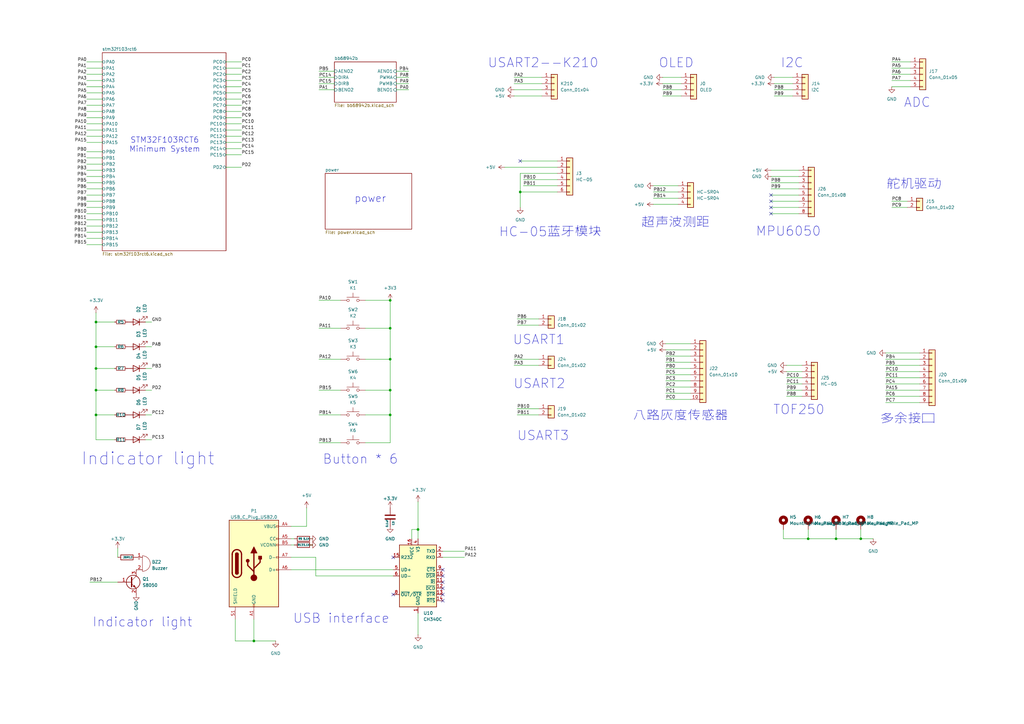
<source format=kicad_sch>
(kicad_sch (version 20231120) (generator "eeschema") (generator_version "8.0")
  (paper "A3")
  (lib_symbols
    (symbol "Library:+3.3V" (power) (pin_numbers hide) (pin_names (offset 0) hide)
      (property "Value" "+3.3V" (at 0 3.556 0))
      (symbol "+3.3V_1_1"
        (pin power_in line (at 0 0 90) (length 0) (name "~") (number "1"))
      )
    )
    (symbol "Library:+3V3" (power) (pin_numbers hide) (pin_names (offset 0) hide)
      (property "Value" "+3V3" (at 0 3.556 0))
      (symbol "+3V3_1_1"
        (pin power_in line (at 0 0 90) (length 0) (name "~") (number "1"))
      )
    )
    (symbol "Library:+5V" (power) (pin_numbers hide) (pin_names (offset 0) hide)
      (property "Value" "+5V" (at 0 3.556 0))
      (symbol "+5V_1_1"
        (pin power_in line (at 0 0 90) (length 0) (name "~") (number "1"))
      )
    )
    (symbol "Library:Buzzer" (pin_names (offset 0.0254) hide)
      (property "Reference" "BZ" (at 3.81 1.27 0))
      (property "Value" "Buzzer" (at 3.81 -1.27 0))
      (symbol "Buzzer_1_1"
        (pin passive line (at -2.54 2.54 0) (length 2.54) (name "-") (number "1"))
        (pin passive line (at -2.54 -2.54 0) (length 2.54) (name "+") (number "2"))
      )
    )
    (symbol "Library:C" (pin_numbers hide) (pin_names (offset 0.254))
      (property "Reference" "C" (at 0.635 2.54 0))
      (property "Value" "C" (at 0.635 -2.54 0))
      (symbol "C_1_1"
        (pin passive line (at 0 3.81 270) (length 2.794) (name "~") (number "1"))
        (pin passive line (at 0 -3.81 90) (length 2.794) (name "~") (number "2"))
      )
    )
    (symbol "Library:CH340C"
      (property "Reference" "U" (at -5.08 13.97 0))
      (property "Value" "CH340C" (at 1.27 13.97 0))
      (symbol "CH340C_1_1"
        (pin power_in line (at 0 -15.24 90) (length 2.54) (name "GND") (number "1"))
        (pin input line (at 10.16 0 180) (length 2.54) (name "~{DSR}") (number "10"))
        (pin input line (at 10.16 -2.54 180) (length 2.54) (name "~{RI}") (number "11"))
        (pin input line (at 10.16 -5.08 180) (length 2.54) (name "~{DCD}") (number "12"))
        (pin output line (at 10.16 -7.62 180) (length 2.54) (name "~{DTR}") (number "13"))
        (pin output line (at 10.16 -10.16 180) (length 2.54) (name "~{RTS}") (number "14"))
        (pin input line (at -10.16 7.62 0) (length 2.54) (name "R232") (number "15"))
        (pin power_in line (at -2.54 15.24 270) (length 2.54) (name "VCC") (number "16"))
        (pin output line (at 10.16 10.16 180) (length 2.54) (name "TXD") (number "2"))
        (pin input line (at 10.16 7.62 180) (length 2.54) (name "RXD") (number "3"))
        (pin power_out line (at 0 15.24 270) (length 2.54) (name "V3") (number "4"))
        (pin bidirectional line (at -10.16 2.54 0) (length 2.54) (name "UD+") (number "5"))
        (pin bidirectional line (at -10.16 0 0) (length 2.54) (name "UD-") (number "6"))
        (pin no_connect line (at -7.62 -5.08 0) (length 2.54) hide (name "NC") (number "7"))
        (pin output line (at -10.16 -7.62 0) (length 2.54) (name "~{OUT}/~{DTR}") (number "8"))
        (pin input line (at 10.16 2.54 180) (length 2.54) (name "~{CTS}") (number "9"))
      )
    )
    (symbol "Library:Conn_01x02" (pin_names (offset 1.016) hide)
      (property "Reference" "J" (at 0 2.54 0))
      (property "Value" "Conn_01x02" (at 0 -5.08 0))
      (symbol "Conn_01x02_1_1"
        (pin passive line (at -5.08 0 0) (length 3.81) (name "Pin_1") (number "1"))
        (pin passive line (at -5.08 -2.54 0) (length 3.81) (name "Pin_2") (number "2"))
      )
    )
    (symbol "Library:Conn_01x04" (pin_names (offset 1.016) hide)
      (property "Reference" "J" (at 0 5.08 0))
      (property "Value" "Conn_01x04" (at 0 -7.62 0))
      (symbol "Conn_01x04_1_1"
        (pin passive line (at -5.08 2.54 0) (length 3.81) (name "Pin_1") (number "1"))
        (pin passive line (at -5.08 0 0) (length 3.81) (name "Pin_2") (number "2"))
        (pin passive line (at -5.08 -2.54 0) (length 3.81) (name "Pin_3") (number "3"))
        (pin passive line (at -5.08 -5.08 0) (length 3.81) (name "Pin_4") (number "4"))
      )
    )
    (symbol "Library:Conn_01x05" (pin_names (offset 1.016) hide)
      (property "Reference" "J" (at 0 7.62 0))
      (property "Value" "Conn_01x05" (at 0 -7.62 0))
      (symbol "Conn_01x05_1_1"
        (pin passive line (at -5.08 5.08 0) (length 3.81) (name "Pin_1") (number "1"))
        (pin passive line (at -5.08 2.54 0) (length 3.81) (name "Pin_2") (number "2"))
        (pin passive line (at -5.08 0 0) (length 3.81) (name "Pin_3") (number "3"))
        (pin passive line (at -5.08 -2.54 0) (length 3.81) (name "Pin_4") (number "4"))
        (pin passive line (at -5.08 -5.08 0) (length 3.81) (name "Pin_5") (number "5"))
      )
    )
    (symbol "Library:Conn_01x06" (pin_names (offset 1.016) hide)
      (property "Reference" "J" (at 0 7.62 0))
      (property "Value" "Conn_01x06" (at 0 -10.16 0))
      (symbol "Conn_01x06_1_1"
        (pin passive line (at -5.08 5.08 0) (length 3.81) (name "Pin_1") (number "1"))
        (pin passive line (at -5.08 2.54 0) (length 3.81) (name "Pin_2") (number "2"))
        (pin passive line (at -5.08 0 0) (length 3.81) (name "Pin_3") (number "3"))
        (pin passive line (at -5.08 -2.54 0) (length 3.81) (name "Pin_4") (number "4"))
        (pin passive line (at -5.08 -5.08 0) (length 3.81) (name "Pin_5") (number "5"))
        (pin passive line (at -5.08 -7.62 0) (length 3.81) (name "Pin_6") (number "6"))
      )
    )
    (symbol "Library:Conn_01x08" (pin_names (offset 1.016) hide)
      (property "Reference" "J" (at 0 10.16 0))
      (property "Value" "Conn_01x08" (at 0 -12.7 0))
      (symbol "Conn_01x08_1_1"
        (pin passive line (at -5.08 7.62 0) (length 3.81) (name "Pin_1") (number "1"))
        (pin passive line (at -5.08 5.08 0) (length 3.81) (name "Pin_2") (number "2"))
        (pin passive line (at -5.08 2.54 0) (length 3.81) (name "Pin_3") (number "3"))
        (pin passive line (at -5.08 0 0) (length 3.81) (name "Pin_4") (number "4"))
        (pin passive line (at -5.08 -2.54 0) (length 3.81) (name "Pin_5") (number "5"))
        (pin passive line (at -5.08 -5.08 0) (length 3.81) (name "Pin_6") (number "6"))
        (pin passive line (at -5.08 -7.62 0) (length 3.81) (name "Pin_7") (number "7"))
        (pin passive line (at -5.08 -10.16 0) (length 3.81) (name "Pin_8") (number "8"))
      )
    )
    (symbol "Library:Conn_01x09" (pin_names (offset 1.016) hide)
      (property "Reference" "J" (at 0 12.7 0))
      (property "Value" "Conn_01x09" (at 0 -12.7 0))
      (symbol "Conn_01x09_1_1"
        (pin passive line (at -5.08 10.16 0) (length 3.81) (name "Pin_1") (number "1"))
        (pin passive line (at -5.08 7.62 0) (length 3.81) (name "Pin_2") (number "2"))
        (pin passive line (at -5.08 5.08 0) (length 3.81) (name "Pin_3") (number "3"))
        (pin passive line (at -5.08 2.54 0) (length 3.81) (name "Pin_4") (number "4"))
        (pin passive line (at -5.08 0 0) (length 3.81) (name "Pin_5") (number "5"))
        (pin passive line (at -5.08 -2.54 0) (length 3.81) (name "Pin_6") (number "6"))
        (pin passive line (at -5.08 -5.08 0) (length 3.81) (name "Pin_7") (number "7"))
        (pin passive line (at -5.08 -7.62 0) (length 3.81) (name "Pin_8") (number "8"))
        (pin passive line (at -5.08 -10.16 0) (length 3.81) (name "Pin_9") (number "9"))
      )
    )
    (symbol "Library:Conn_01x10" (pin_names (offset 1.016) hide)
      (property "Reference" "J" (at 0 12.7 0))
      (property "Value" "Conn_01x10" (at 0 -15.24 0))
      (symbol "Conn_01x10_1_1"
        (pin passive line (at -5.08 10.16 0) (length 3.81) (name "Pin_1") (number "1"))
        (pin passive line (at -5.08 -12.7 0) (length 3.81) (name "Pin_10") (number "10"))
        (pin passive line (at -5.08 7.62 0) (length 3.81) (name "Pin_2") (number "2"))
        (pin passive line (at -5.08 5.08 0) (length 3.81) (name "Pin_3") (number "3"))
        (pin passive line (at -5.08 2.54 0) (length 3.81) (name "Pin_4") (number "4"))
        (pin passive line (at -5.08 0 0) (length 3.81) (name "Pin_5") (number "5"))
        (pin passive line (at -5.08 -2.54 0) (length 3.81) (name "Pin_6") (number "6"))
        (pin passive line (at -5.08 -5.08 0) (length 3.81) (name "Pin_7") (number "7"))
        (pin passive line (at -5.08 -7.62 0) (length 3.81) (name "Pin_8") (number "8"))
        (pin passive line (at -5.08 -10.16 0) (length 3.81) (name "Pin_9") (number "9"))
      )
    )
    (symbol "Library:GND" (power) (pin_numbers hide) (pin_names (offset 0) hide)
      (property "Value" "GND" (at 0 -3.81 0))
      (symbol "GND_1_1"
        (pin power_in line (at 0 0 270) (length 0) (name "~") (number "1"))
      )
    )
    (symbol "Library:LED" (pin_numbers hide) (pin_names (offset 1.016) hide)
      (property "Reference" "D" (at 0 2.54 0))
      (property "Value" "LED" (at 0 -2.54 0))
      (symbol "LED_1_1"
        (pin passive line (at -3.81 0 0) (length 2.54) (name "K") (number "1"))
        (pin passive line (at 3.81 0 180) (length 2.54) (name "A") (number "2"))
      )
    )
    (symbol "Library:R" (pin_numbers hide) (pin_names (offset 0))
      (property "Reference" "R" (at 2.032 0 90))
      (property "Value" "R" (at 0 0 90))
      (symbol "R_1_1"
        (pin passive line (at 0 3.81 270) (length 1.27) (name "~") (number "1"))
        (pin passive line (at 0 -3.81 90) (length 1.27) (name "~") (number "2"))
      )
    )
    (symbol "Library:R_Small" (pin_numbers hide) (pin_names (offset 0.254) hide)
      (property "Reference" "R" (at 0.762 0.508 0))
      (property "Value" "R_Small" (at 0.762 -1.016 0))
      (symbol "R_Small_1_1"
        (pin passive line (at 0 2.54 270) (length 0.762) (name "~") (number "1"))
        (pin passive line (at 0 -2.54 90) (length 0.762) (name "~") (number "2"))
      )
    )
    (symbol "Library:S8050" (pin_names (offset 0) hide)
      (property "Reference" "Q" (at 5.08 1.905 0))
      (property "Value" "S8050" (at 5.08 0 0))
      (symbol "S8050_1_1"
        (pin input line (at -5.08 0 0) (length 5.08) (name "B") (number "1"))
        (pin passive line (at 2.54 -5.08 90) (length 2.54) (name "E") (number "2"))
        (pin passive line (at 2.54 5.08 270) (length 2.54) (name "C") (number "3"))
      )
    )
    (symbol "Library:SW_Push" (pin_numbers hide) (pin_names (offset 1.016) hide)
      (property "Reference" "SW" (at 1.27 2.54 0))
      (property "Value" "SW_Push" (at 0 -1.524 0))
      (symbol "SW_Push_0_1"
        (pin passive line (at -5.08 0 0) (length 2.54) (name "1") (number "1"))
        (pin passive line (at 5.08 0 180) (length 2.54) (name "2") (number "2"))
      )
    )
    (symbol "Library:USB_C_Plug_USB2.0" (pin_names (offset 1.016))
      (property "Reference" "P" (at -10.16 19.05 0))
      (property "Value" "USB_C_Plug_USB2.0" (at 12.7 19.05 0))
      (symbol "USB_C_Plug_USB2.0_1_1"
        (pin passive line (at 0 -22.86 90) (length 5.08) (name "GND") (number "A1"))
        (pin passive line (at 0 -22.86 90) (length 5.08) hide (name "GND") (number "A12"))
        (pin passive line (at 15.24 15.24 180) (length 5.08) (name "VBUS") (number "A4"))
        (pin bidirectional line (at 15.24 10.16 180) (length 5.08) (name "CC") (number "A5"))
        (pin bidirectional line (at 15.24 -2.54 180) (length 5.08) (name "D+") (number "A6"))
        (pin bidirectional line (at 15.24 2.54 180) (length 5.08) (name "D-") (number "A7"))
        (pin passive line (at 15.24 15.24 180) (length 5.08) hide (name "VBUS") (number "A9"))
        (pin passive line (at 0 -22.86 90) (length 5.08) hide (name "GND") (number "B1"))
        (pin passive line (at 0 -22.86 90) (length 5.08) hide (name "GND") (number "B12"))
        (pin passive line (at 15.24 15.24 180) (length 5.08) hide (name "VBUS") (number "B4"))
        (pin bidirectional line (at 15.24 7.62 180) (length 5.08) (name "VCONN") (number "B5"))
        (pin passive line (at 15.24 15.24 180) (length 5.08) hide (name "VBUS") (number "B9"))
        (pin passive line (at -7.62 -22.86 90) (length 5.08) (name "SHIELD") (number "S1"))
      )
    )
    (symbol "Mechanical:MountingHole_Pad_MP" (pin_numbers hide) (pin_names (offset 1.016) hide) (exclude_from_sim yes) (in_bom no)
      (property "Reference" "H" (at 0 6.35 0))
      (property "Value" "MountingHole_Pad_MP" (at 0 4.445 0))
      (symbol "MountingHole_Pad_MP_1_1"
        (pin input line (at 0 -2.54 90) (length 2.54) (name "MP") (number "MP"))
      )
    )
  )
  (junction (at 104.14 262.89))
  (junction (at 39.37 170.18))
  (junction (at 331.47 220.98))
  (junction (at 353.06 220.98))
  (junction (at 171.45 217.17))
  (junction (at 160.02 147.32))
  (junction (at 39.37 151.13))
  (junction (at 160.02 134.62))
  (junction (at 342.9 220.98))
  (junction (at 39.37 142.24))
  (junction (at 160.02 123.19))
  (junction (at 160.02 170.18))
  (junction (at 39.37 160.02))
  (junction (at 160.02 160.02))
  (junction (at 39.37 132.08))
  (junction (at 213.36 78.74))
  (no_connect (at 181.61 241.3))
  (no_connect (at 316.23 82.55))
  (no_connect (at 181.61 233.68))
  (no_connect (at 213.36 66.04))
  (no_connect (at 316.23 85.09))
  (no_connect (at 161.29 228.6))
  (no_connect (at 181.61 243.84))
  (no_connect (at 161.29 243.84))
  (no_connect (at 316.23 80.01))
  (no_connect (at 181.61 238.76))
  (no_connect (at 316.23 87.63))
  (no_connect (at 181.61 236.22))
  (no_connect (at 181.61 246.38))
  (wire (pts (xy 130.81 170.18) (xy 139.7 170.18)))
  (wire (pts (xy 322.58 157.48) (xy 328.93 157.48)))
  (wire (pts (xy 62.23 151.13) (xy 59.69 151.13)))
  (wire (pts (xy 322.58 160.02) (xy 328.93 160.02)))
  (wire (pts (xy 35.56 92.71) (xy 41.91 92.71)))
  (wire (pts (xy 129.54 228.6) (xy 129.54 236.22)))
  (wire (pts (xy 35.56 87.63) (xy 41.91 87.63)))
  (wire (pts (xy 322.58 152.4) (xy 328.93 152.4)))
  (wire (pts (xy 130.81 36.83) (xy 137.16 36.83)))
  (wire (pts (xy 168.91 220.98) (xy 168.91 217.17)))
  (wire (pts (xy 365.76 82.55) (xy 372.11 82.55)))
  (wire (pts (xy 271.78 36.83) (xy 279.4 36.83)))
  (wire (pts (xy 62.23 170.18) (xy 59.69 170.18)))
  (wire (pts (xy 35.56 48.26) (xy 41.91 48.26)))
  (wire (pts (xy 353.06 220.98) (xy 358.14 220.98)))
  (wire (pts (xy 321.31 220.98) (xy 331.47 220.98)))
  (wire (pts (xy 104.14 254) (xy 104.14 262.89)))
  (wire (pts (xy 35.56 40.64) (xy 41.91 40.64)))
  (wire (pts (xy 322.58 154.94) (xy 328.93 154.94)))
  (wire (pts (xy 127 223.52) (xy 128.27 223.52)))
  (wire (pts (xy 46.99 142.24) (xy 39.37 142.24)))
  (wire (pts (xy 92.71 50.8) (xy 99.06 50.8)))
  (wire (pts (xy 130.81 147.32) (xy 139.7 147.32)))
  (wire (pts (xy 62.23 180.34) (xy 59.69 180.34)))
  (wire (pts (xy 168.91 217.17) (xy 171.45 217.17)))
  (wire (pts (xy 273.05 153.67) (xy 283.21 153.67)))
  (wire (pts (xy 181.61 228.6) (xy 190.5 228.6)))
  (wire (pts (xy 271.78 31.75) (xy 279.4 31.75)))
  (wire (pts (xy 149.86 160.02) (xy 160.02 160.02)))
  (wire (pts (xy 210.82 34.29) (xy 222.25 34.29)))
  (wire (pts (xy 92.71 48.26) (xy 99.06 48.26)))
  (wire (pts (xy 213.36 71.12) (xy 213.36 78.74)))
  (wire (pts (xy 62.23 142.24) (xy 59.69 142.24)))
  (wire (pts (xy 35.56 77.47) (xy 41.91 77.47)))
  (wire (pts (xy 365.76 30.48) (xy 373.38 30.48)))
  (wire (pts (xy 273.05 146.05) (xy 283.21 146.05)))
  (wire (pts (xy 119.38 215.9) (xy 125.73 215.9)))
  (wire (pts (xy 363.22 152.4) (xy 377.19 152.4)))
  (wire (pts (xy 92.71 45.72) (xy 99.06 45.72)))
  (wire (pts (xy 213.36 78.74) (xy 228.6 78.74)))
  (wire (pts (xy 321.31 217.17) (xy 321.31 220.98)))
  (wire (pts (xy 363.22 162.56) (xy 377.19 162.56)))
  (wire (pts (xy 46.99 151.13) (xy 39.37 151.13)))
  (wire (pts (xy 363.22 160.02) (xy 377.19 160.02)))
  (wire (pts (xy 363.22 149.86) (xy 377.19 149.86)))
  (wire (pts (xy 363.22 157.48) (xy 377.19 157.48)))
  (wire (pts (xy 35.56 95.25) (xy 41.91 95.25)))
  (wire (pts (xy 92.71 27.94) (xy 99.06 27.94)))
  (wire (pts (xy 365.76 33.02) (xy 373.38 33.02)))
  (wire (pts (xy 273.05 161.29) (xy 283.21 161.29)))
  (wire (pts (xy 130.81 123.19) (xy 139.7 123.19)))
  (wire (pts (xy 35.56 69.85) (xy 41.91 69.85)))
  (wire (pts (xy 39.37 142.24) (xy 39.37 151.13)))
  (wire (pts (xy 35.56 74.93) (xy 41.91 74.93)))
  (wire (pts (xy 273.05 158.75) (xy 283.21 158.75)))
  (wire (pts (xy 129.54 236.22) (xy 161.29 236.22)))
  (wire (pts (xy 92.71 30.48) (xy 99.06 30.48)))
  (wire (pts (xy 363.22 144.78) (xy 377.19 144.78)))
  (wire (pts (xy 363.22 154.94) (xy 377.19 154.94)))
  (wire (pts (xy 160.02 160.02) (xy 160.02 170.18)))
  (wire (pts (xy 316.23 82.55) (xy 327.66 82.55)))
  (wire (pts (xy 271.78 39.37) (xy 279.4 39.37)))
  (wire (pts (xy 39.37 170.18) (xy 39.37 180.34)))
  (wire (pts (xy 130.81 29.21) (xy 137.16 29.21)))
  (wire (pts (xy 125.73 208.28) (xy 125.73 215.9)))
  (wire (pts (xy 331.47 220.98) (xy 342.9 220.98)))
  (wire (pts (xy 35.56 62.23) (xy 41.91 62.23)))
  (wire (pts (xy 317.5 36.83) (xy 325.12 36.83)))
  (wire (pts (xy 207.01 68.58) (xy 228.6 68.58)))
  (wire (pts (xy 365.76 27.94) (xy 373.38 27.94)))
  (wire (pts (xy 214.63 76.2) (xy 228.6 76.2)))
  (wire (pts (xy 210.82 31.75) (xy 222.25 31.75)))
  (wire (pts (xy 35.56 50.8) (xy 41.91 50.8)))
  (wire (pts (xy 181.61 226.06) (xy 190.5 226.06)))
  (wire (pts (xy 267.97 81.28) (xy 278.13 81.28)))
  (wire (pts (xy 171.45 205.74) (xy 171.45 217.17)))
  (wire (pts (xy 160.02 134.62) (xy 160.02 147.32)))
  (wire (pts (xy 214.63 73.66) (xy 228.6 73.66)))
  (wire (pts (xy 62.23 160.02) (xy 59.69 160.02)))
  (wire (pts (xy 92.71 40.64) (xy 99.06 40.64)))
  (wire (pts (xy 35.56 25.4) (xy 41.91 25.4)))
  (wire (pts (xy 35.56 85.09) (xy 41.91 85.09)))
  (wire (pts (xy 149.86 123.19) (xy 160.02 123.19)))
  (wire (pts (xy 342.9 217.17) (xy 342.9 220.98)))
  (wire (pts (xy 92.71 38.1) (xy 99.06 38.1)))
  (wire (pts (xy 162.56 34.29) (xy 167.64 34.29)))
  (wire (pts (xy 273.05 140.97) (xy 283.21 140.97)))
  (wire (pts (xy 92.71 35.56) (xy 99.06 35.56)))
  (wire (pts (xy 92.71 53.34) (xy 99.06 53.34)))
  (wire (pts (xy 149.86 147.32) (xy 160.02 147.32)))
  (wire (pts (xy 271.78 34.29) (xy 279.4 34.29)))
  (wire (pts (xy 39.37 128.27) (xy 39.37 132.08)))
  (wire (pts (xy 39.37 151.13) (xy 39.37 160.02)))
  (wire (pts (xy 316.23 85.09) (xy 327.66 85.09)))
  (wire (pts (xy 130.81 34.29) (xy 137.16 34.29)))
  (wire (pts (xy 35.56 72.39) (xy 41.91 72.39)))
  (wire (pts (xy 119.38 223.52) (xy 120.65 223.52)))
  (wire (pts (xy 273.05 143.51) (xy 283.21 143.51)))
  (wire (pts (xy 35.56 97.79) (xy 41.91 97.79)))
  (wire (pts (xy 92.71 43.18) (xy 99.06 43.18)))
  (wire (pts (xy 149.86 181.61) (xy 160.02 181.61)))
  (wire (pts (xy 130.81 160.02) (xy 139.7 160.02)))
  (wire (pts (xy 365.76 85.09) (xy 372.11 85.09)))
  (wire (pts (xy 35.56 53.34) (xy 41.91 53.34)))
  (wire (pts (xy 35.56 58.42) (xy 41.91 58.42)))
  (wire (pts (xy 35.56 100.33) (xy 41.91 100.33)))
  (wire (pts (xy 39.37 160.02) (xy 39.37 170.18)))
  (wire (pts (xy 92.71 25.4) (xy 99.06 25.4)))
  (wire (pts (xy 48.26 224.79) (xy 48.26 228.6)))
  (wire (pts (xy 62.23 132.08) (xy 59.69 132.08)))
  (wire (pts (xy 35.56 45.72) (xy 41.91 45.72)))
  (wire (pts (xy 35.56 38.1) (xy 41.91 38.1)))
  (wire (pts (xy 322.58 149.86) (xy 328.93 149.86)))
  (wire (pts (xy 316.23 74.93) (xy 327.66 74.93)))
  (wire (pts (xy 35.56 67.31) (xy 41.91 67.31)))
  (wire (pts (xy 267.97 83.82) (xy 278.13 83.82)))
  (wire (pts (xy 213.36 71.12) (xy 228.6 71.12)))
  (wire (pts (xy 35.56 64.77) (xy 41.91 64.77)))
  (wire (pts (xy 365.76 25.4) (xy 373.38 25.4)))
  (wire (pts (xy 35.56 82.55) (xy 41.91 82.55)))
  (wire (pts (xy 171.45 251.46) (xy 171.45 260.35)))
  (wire (pts (xy 331.47 217.17) (xy 331.47 220.98)))
  (wire (pts (xy 212.09 133.35) (xy 220.98 133.35)))
  (wire (pts (xy 119.38 233.68) (xy 161.29 233.68)))
  (wire (pts (xy 149.86 170.18) (xy 160.02 170.18)))
  (wire (pts (xy 162.56 36.83) (xy 167.64 36.83)))
  (wire (pts (xy 35.56 55.88) (xy 41.91 55.88)))
  (wire (pts (xy 46.99 160.02) (xy 39.37 160.02)))
  (wire (pts (xy 39.37 132.08) (xy 39.37 142.24)))
  (wire (pts (xy 162.56 29.21) (xy 167.64 29.21)))
  (wire (pts (xy 317.5 31.75) (xy 325.12 31.75)))
  (wire (pts (xy 212.09 167.64) (xy 220.98 167.64)))
  (wire (pts (xy 104.14 262.89) (xy 113.03 262.89)))
  (wire (pts (xy 160.02 160.02) (xy 160.02 147.32)))
  (wire (pts (xy 96.52 254) (xy 96.52 262.89)))
  (wire (pts (xy 316.23 87.63) (xy 327.66 87.63)))
  (wire (pts (xy 317.5 39.37) (xy 325.12 39.37)))
  (wire (pts (xy 35.56 90.17) (xy 41.91 90.17)))
  (wire (pts (xy 130.81 181.61) (xy 139.7 181.61)))
  (wire (pts (xy 273.05 163.83) (xy 283.21 163.83)))
  (wire (pts (xy 210.82 149.86) (xy 220.98 149.86)))
  (wire (pts (xy 127 220.98) (xy 128.27 220.98)))
  (wire (pts (xy 267.97 78.74) (xy 278.13 78.74)))
  (wire (pts (xy 35.56 27.94) (xy 41.91 27.94)))
  (wire (pts (xy 353.06 217.17) (xy 353.06 220.98)))
  (wire (pts (xy 171.45 217.17) (xy 171.45 220.98)))
  (wire (pts (xy 316.23 80.01) (xy 327.66 80.01)))
  (wire (pts (xy 316.23 69.85) (xy 327.66 69.85)))
  (wire (pts (xy 322.58 162.56) (xy 328.93 162.56)))
  (wire (pts (xy 273.05 148.59) (xy 283.21 148.59)))
  (wire (pts (xy 149.86 134.62) (xy 160.02 134.62)))
  (wire (pts (xy 130.81 31.75) (xy 137.16 31.75)))
  (wire (pts (xy 92.71 58.42) (xy 99.06 58.42)))
  (wire (pts (xy 210.82 39.37) (xy 222.25 39.37)))
  (wire (pts (xy 119.38 228.6) (xy 129.54 228.6)))
  (wire (pts (xy 35.56 33.02) (xy 41.91 33.02)))
  (wire (pts (xy 212.09 130.81) (xy 220.98 130.81)))
  (wire (pts (xy 363.22 165.1) (xy 377.19 165.1)))
  (wire (pts (xy 317.5 34.29) (xy 325.12 34.29)))
  (wire (pts (xy 316.23 77.47) (xy 327.66 77.47)))
  (wire (pts (xy 92.71 33.02) (xy 99.06 33.02)))
  (wire (pts (xy 267.97 76.2) (xy 278.13 76.2)))
  (wire (pts (xy 160.02 181.61) (xy 160.02 170.18)))
  (wire (pts (xy 119.38 220.98) (xy 120.65 220.98)))
  (wire (pts (xy 365.76 35.56) (xy 373.38 35.56)))
  (wire (pts (xy 35.56 35.56) (xy 41.91 35.56)))
  (wire (pts (xy 342.9 220.98) (xy 353.06 220.98)))
  (wire (pts (xy 46.99 180.34) (xy 39.37 180.34)))
  (wire (pts (xy 35.56 80.01) (xy 41.91 80.01)))
  (wire (pts (xy 210.82 147.32) (xy 220.98 147.32)))
  (wire (pts (xy 162.56 31.75) (xy 167.64 31.75)))
  (wire (pts (xy 213.36 78.74) (xy 213.36 85.09)))
  (wire (pts (xy 210.82 36.83) (xy 222.25 36.83)))
  (wire (pts (xy 39.37 132.08) (xy 46.99 132.08)))
  (wire (pts (xy 273.05 151.13) (xy 283.21 151.13)))
  (wire (pts (xy 36.83 238.76) (xy 48.26 238.76)))
  (wire (pts (xy 92.71 63.5) (xy 99.06 63.5)))
  (wire (pts (xy 96.52 262.89) (xy 104.14 262.89)))
  (wire (pts (xy 35.56 43.18) (xy 41.91 43.18)))
  (wire (pts (xy 92.71 55.88) (xy 99.06 55.88)))
  (wire (pts (xy 213.36 66.04) (xy 228.6 66.04)))
  (wire (pts (xy 160.02 123.19) (xy 160.02 134.62)))
  (wire (pts (xy 92.71 68.58) (xy 99.06 68.58)))
  (wire (pts (xy 212.09 170.18) (xy 220.98 170.18)))
  (wire (pts (xy 130.81 134.62) (xy 139.7 134.62)))
  (wire (pts (xy 273.05 156.21) (xy 283.21 156.21)))
  (wire (pts (xy 363.22 147.32) (xy 377.19 147.32)))
  (wire (pts (xy 46.99 170.18) (xy 39.37 170.18)))
  (wire (pts (xy 316.23 72.39) (xy 327.66 72.39)))
  (wire (pts (xy 92.71 60.96) (xy 99.06 60.96)))
  (wire (pts (xy 35.56 30.48) (xy 41.91 30.48)))
  (text "USART3" (at 222.758 178.816 0) (effects (font (size 3.81 3.81))))
  (text "超声波测距" (at 277.114 91.44 0) (effects (font (size 3.81 3.81))))
  (text "OLED" (at 277.368 25.908 0) (effects (font (size 3.81 3.81))))
  (text "USB interface" (at 139.954 253.746 0) (effects (font (size 3.81 3.81))))
  (text "power" (at 151.892 81.534 0) (effects (font (size 3 3))))
  (text "Indicator light" (at 60.706 188.214 0) (effects (font (size 5.08 5.08))))
  (text "STM32F103RCT6\nMinimum System" (at 67.564 59.436 0) (effects (font (size 2.3 2.3))))
  (text "MPU6050" (at 323.342 94.996 0) (effects (font (size 3.81 3.81))))
  (text "舵机驱动" (at 374.904 75.692 0) (effects (font (size 3.81 3.81))))
  (text "TOF250" (at 327.66 168.148 0) (effects (font (size 3.81 3.81))))
  (text "USART2" (at 221.234 157.48 0) (effects (font (size 3.81 3.81))))
  (text "HC-05蓝牙模块" (at 225.806 95.25 0) (effects (font (size 3.81 3.81))))
  (text "多余接口" (at 372.364 171.958 0) (effects (font (size 3.81 3.81))))
  (text "I2C" (at 324.866 25.908 0) (effects (font (size 3.81 3.81))))
  (text "八路灰度传感器\n" (at 279.146 170.688 0) (effects (font (size 3.81 3.81))))
  (text "Indicator light" (at 58.42 255.27 0) (effects (font (size 3.81 3.81))))
  (text "ADC" (at 376.174 42.164 0) (effects (font (size 3.81 3.81))))
  (text "Button * 6" (at 147.828 188.468 0) (effects (font (size 3.81 3.81))))
  (text "USART1" (at 220.98 139.446 0) (effects (font (size 3.81 3.81))))
  (text "USART2--K210\n" (at 222.758 25.908 0) (effects (font (size 3.81 3.81))))
  (label "PB5" (at 363.22 149.86 0))
  (label "PA12" (at 190.5 228.6 0))
  (label "PB3" (at 62.23 151.13 0))
  (label "PC3" (at 99.06 33.02 0))
  (label "PA3" (at 35.56 33.02 180))
  (label "PB8" (at 317.5 36.83 0))
  (label "PA11" (at 130.81 134.62 0))
  (label "PA5" (at 35.56 38.1 180))
  (label "PC11" (at 99.06 53.34 0))
  (label "PC9" (at 99.06 48.26 0))
  (label "PB1" (at 273.05 148.59 0))
  (label "PB10" (at 212.09 167.64 0))
  (label "PB13" (at 35.56 95.25 180))
  (label "PA6" (at 35.56 40.64 180))
  (label "PB12" (at 267.97 78.74 0))
  (label "PA1" (at 35.56 27.94 180))
  (label "PC4" (at 99.06 35.56 0))
  (label "PC10" (at 322.58 154.94 0))
  (label "PB4" (at 363.22 147.32 0))
  (label "PB9" (at 35.56 85.09 180))
  (label "PC7" (at 99.06 43.18 0))
  (label "PA0" (at 167.64 36.83 180))
  (label "PB13" (at 130.81 181.61 0))
  (label "PB6" (at 212.09 130.81 0))
  (label "PA7" (at 365.76 33.02 0))
  (label "PB14" (at 130.81 170.18 0))
  (label "PC10" (at 99.06 50.8 0))
  (label "PA0" (at 35.56 25.4 180))
  (label "PA6" (at 365.76 30.48 0))
  (label "PB8" (at 322.58 162.56 0))
  (label "PA1" (at 130.81 36.83 0))
  (label "PB9" (at 316.23 77.47 0))
  (label "PB14" (at 267.97 81.28 0))
  (label "PB6" (at 35.56 77.47 180))
  (label "PB2" (at 273.05 146.05 0))
  (label "PC8" (at 365.76 82.55 0))
  (label "PD2" (at 99.06 68.58 0))
  (label "PC14" (at 99.06 60.96 0))
  (label "PA12" (at 130.81 147.32 0))
  (label "PA9" (at 167.64 34.29 180))
  (label "PA11" (at 35.56 53.34 180))
  (label "PA15" (at 35.56 58.42 180))
  (label "PA11" (at 190.5 226.06 0))
  (label "PC8" (at 99.06 45.72 0))
  (label "PC15" (at 99.06 63.5 0))
  (label "PC4" (at 363.22 157.48 0))
  (label "PC15" (at 130.81 34.29 0))
  (label "PB10" (at 35.56 87.63 180))
  (label "PC13" (at 62.23 180.34 0))
  (label "PB11" (at 214.63 76.2 0))
  (label "PC14" (at 130.81 31.75 0))
  (label "PC5" (at 273.05 153.67 0))
  (label "PC5" (at 99.06 38.1 0))
  (label "PD2" (at 62.23 160.02 0))
  (label "PB9" (at 271.78 39.37 0))
  (label "PB12" (at 36.83 238.76 0))
  (label "PA7" (at 35.56 43.18 180))
  (label "PA8" (at 167.64 31.75 180))
  (label "PC0" (at 99.06 25.4 0))
  (label "PA10" (at 35.56 50.8 180))
  (label "PA3" (at 210.82 34.29 0))
  (label "PB4" (at 35.56 72.39 180))
  (label "PA2" (at 35.56 30.48 180))
  (label "PB11" (at 212.09 170.18 0))
  (label "PC1" (at 99.06 27.94 0))
  (label "PA8" (at 35.56 45.72 180))
  (label "PB15" (at 130.81 160.02 0))
  (label "PC12" (at 62.23 170.18 0))
  (label "PB11" (at 35.56 90.17 180))
  (label "PB5" (at 35.56 74.93 180))
  (label "PA10" (at 130.81 123.19 0))
  (label "PB8" (at 271.78 36.83 0))
  (label "PB1" (at 35.56 64.77 180))
  (label "PB5" (at 130.81 29.21 0))
  (label "PC11" (at 322.58 157.48 0))
  (label "PB9" (at 322.58 160.02 0))
  (label "PB7" (at 35.56 80.01 180))
  (label "PA12" (at 35.56 55.88 180))
  (label "PB0" (at 35.56 62.23 180))
  (label "PA9" (at 35.56 48.26 180))
  (label "PB4" (at 167.64 29.21 180))
  (label "PA2" (at 210.82 31.75 0))
  (label "PC3" (at 273.05 156.21 0))
  (label "PC6" (at 363.22 162.56 0))
  (label "PB14" (at 35.56 97.79 180))
  (label "PB8" (at 316.23 74.93 0))
  (label "PC10" (at 363.22 152.4 0))
  (label "PB9" (at 317.5 39.37 0))
  (label "PB15" (at 35.56 100.33 180))
  (label "PA2" (at 210.82 147.32 0))
  (label "PA8" (at 62.23 142.24 0))
  (label "PA15" (at 363.22 160.02 0))
  (label "PB7" (at 212.09 133.35 0))
  (label "PC7" (at 363.22 165.1 0))
  (label "PC2" (at 99.06 30.48 0))
  (label "PC9" (at 365.76 85.09 0))
  (label "PC6" (at 99.06 40.64 0))
  (label "PC1" (at 273.05 161.29 0))
  (label "PB8" (at 35.56 82.55 180))
  (label "PB0" (at 273.05 151.13 0))
  (label "GND" (at 62.23 132.08 0))
  (label "PC11" (at 363.22 154.94 0))
  (label "PB10" (at 214.63 73.66 0))
  (label "PC2" (at 273.05 158.75 0))
  (label "PA5" (at 365.76 27.94 0))
  (label "PC12" (at 99.06 55.88 0))
  (label "PB3" (at 35.56 69.85 180))
  (label "PC13" (at 99.06 58.42 0))
  (label "PA4" (at 35.56 35.56 180))
  (label "PC0" (at 273.05 163.83 0))
  (label "PA3" (at 210.82 149.86 0))
  (label "PA4" (at 365.76 25.4 0))
  (label "PB2" (at 35.56 67.31 180))
  (label "PB12" (at 35.56 92.71 180))
  (symbol (lib_id "Library:GND") (at 113.03 262.89 0) (unit 1)
    (property "Reference" "#PWR062" (effects (hide yes)))
    (property "Value" "GND" (at 113.03 267.97 0))
    (property "Description" "Power symbol creates a global label with name \"GND\" , ground" (effects (hide yes)))
  )
  (symbol (lib_id "Library:R_Small") (at 49.53 132.08 270) (unit 1)
    (property "Reference" "R5" (at 49.53 132.08 90))
    (property "Value" "10k" (effects (hide yes)))
    (property "Footprint" "Resistor_SMD:R_0603_1608Metric" (effects (hide yes)))
  )
  (symbol (lib_id "Library:Buzzer") (at 58.42 231.14 0) (unit 1)
    (property "Reference" "BZ2" (at 62.23 230.505 0) (effects (justify left)))
    (property "Value" "Buzzer" (at 62.23 233.045 0) (effects (justify left)))
    (property "Footprint" "Buzzer_Beeper:Indicator_PUI_AI-1440-TWT-24V-2-R" (effects (hide yes)))
  )
  (symbol (lib_id "Library:Conn_01x06") (at 233.68 71.12 0) (unit 1)
    (property "Reference" "J3" (at 236.22 71.1199 0) (effects (justify left)))
    (property "Value" "HC-05" (at 236.22 73.6599 0) (effects (justify left)))
    (property "Footprint" "Connector_PinSocket_2.54mm:PinSocket_1x06_P2.54mm_Vertical" (effects (hide yes)))
    (property "Description" "Generic connector, single row, 01x06, script generated (kicad-library-utils/schlib/autogen/connector/)" (effects (hide yes)))
  )
  (symbol (lib_id "Library:Conn_01x06") (at 334.01 154.94 0) (unit 1)
    (property "Reference" "J25" (at 336.55 154.9399 0) (effects (justify left)))
    (property "Value" "HC-05" (at 336.55 157.4799 0) (effects (justify left)))
    (property "Footprint" "Connector_PinSocket_2.54mm:PinSocket_1x06_P2.54mm_Vertical" (effects (hide yes)))
    (property "Description" "Generic connector, single row, 01x06, script generated (kicad-library-utils/schlib/autogen/connector/)" (effects (hide yes)))
  )
  (symbol (lib_id "Library:R_Small") (at 49.53 170.18 270) (unit 1)
    (property "Reference" "R10" (at 49.53 170.18 90))
    (property "Value" "10k" (effects (hide yes)))
    (property "Footprint" "Resistor_SMD:R_0603_1608Metric" (effects (hide yes)))
  )
  (symbol (lib_id "Mechanical:MountingHole_Pad_MP") (at 353.06 214.63 0) (unit 1) (exclude_from_sim yes) (in_bom no)
    (property "Reference" "H8" (at 355.6 212.0899 0) (effects (justify left)))
    (property "Value" "MountingHole_Pad_MP" (at 355.6 214.6299 0) (effects (justify left)))
    (property "Footprint" "MountingHole:MountingHole_3.2mm_M3" (effects (hide yes)))
    (property "Description" "Mounting Hole with connection as pad named MP" (effects (hide yes)))
  )
  (symbol (lib_id "Mechanical:MountingHole_Pad_MP") (at 331.47 214.63 0) (unit 1) (exclude_from_sim yes) (in_bom no)
    (property "Reference" "H6" (at 334.01 212.0899 0) (effects (justify left)))
    (property "Value" "MountingHole_Pad_MP" (at 334.01 214.6299 0) (effects (justify left)))
    (property "Footprint" "MountingHole:MountingHole_3.2mm_M3" (effects (hide yes)))
    (property "Description" "Mounting Hole with connection as pad named MP" (effects (hide yes)))
  )
  (symbol (lib_id "Library:SW_Push") (at 144.78 134.62 0) (unit 1)
    (property "Reference" "SW2" (at 144.78 127 0))
    (property "Value" "K2" (at 144.78 129.54 0))
    (property "Footprint" "DuRuofu_Switch:SW_Push_1P1T_NO_6x6mm" (effects (hide yes)))
    (property "Description" "Push button switch, generic, two pins" (effects (hide yes)))
  )
  (symbol (lib_id "Mechanical:MountingHole_Pad_MP") (at 321.31 214.63 0) (unit 1) (exclude_from_sim yes) (in_bom no)
    (property "Reference" "H5" (at 323.85 212.0899 0) (effects (justify left)))
    (property "Value" "MountingHole_Pad_MP" (at 323.85 214.6299 0) (effects (justify left)))
    (property "Footprint" "MountingHole:MountingHole_3.2mm_M3" (effects (hide yes)))
    (property "Description" "Mounting Hole with connection as pad named MP" (effects (hide yes)))
  )
  (symbol (lib_id "Library:GND") (at 365.76 35.56 0) (unit 1)
    (property "Reference" "#PWR064" (effects (hide yes)))
    (property "Value" "GND" (at 365.76 40.64 0))
    (property "Description" "Power symbol creates a global label with name \"GND\" , ground" (effects (hide yes)))
  )
  (symbol (lib_id "Library:+3.3V") (at 39.37 128.27 0) (unit 1)
    (property "Reference" "#PWR048" (effects (hide yes)))
    (property "Value" "+3.3V" (at 39.37 123.19 0))
    (property "Description" "Power symbol creates a global label with name \"+3.3V\"" (effects (hide yes)))
  )
  (symbol (lib_id "Library:GND") (at 213.36 85.09 0) (unit 1)
    (property "Reference" "#PWR052" (effects (hide yes)))
    (property "Value" "GND" (at 213.36 90.17 0))
    (property "Description" "Power symbol creates a global label with name \"GND\" , ground" (effects (hide yes)))
  )
  (symbol (lib_id "Library:CH340C") (at 171.45 236.22 0) (unit 1)
    (property "Reference" "U10" (at 173.6441 251.46 0) (effects (justify left)))
    (property "Value" "CH340C" (at 173.6441 254 0) (effects (justify left)))
    (property "Footprint" "Package_SO:SOIC-16_3.9x9.9mm_P1.27mm" (effects (hide yes)))
    (property "Datasheet" "https://datasheet.lcsc.com/szlcsc/Jiangsu-Qin-Heng-CH340C_C84681.pdf" (effects (hide yes)))
    (property "Description" "USB serial converter, UART, SOIC-16" (effects (hide yes)))
  )
  (symbol (lib_id "Library:Conn_01x09") (at 382.27 154.94 0) (unit 1)
    (property "Reference" "J20" (at 384.81 153.6699 0) (effects (justify left)))
    (property "Value" "Conn_01x09" (at 384.81 156.2099 0) (effects (justify left)))
    (property "Footprint" "Connector_PinSocket_2.54mm:PinSocket_1x09_P2.54mm_Vertical" (effects (hide yes)))
    (property "Description" "Generic connector, single row, 01x09, script generated (kicad-library-utils/schlib/autogen/connector/)" (effects (hide yes)))
  )
  (symbol (lib_id "Library:R") (at 52.07 228.6 270) (unit 1)
    (property "Reference" "R12" (at 54.356 228.6 90) (effects (font (size 0.762 0.762)) (justify right)))
    (property "Value" "20" (at 52.07 228.6 90) (effects (font (size 0.762 0.762)) (justify right)))
    (property "Footprint" "Resistor_SMD:R_0603_1608Metric" (effects (hide yes)))
  )
  (symbol (lib_id "Library:+3.3V") (at 171.45 205.74 0) (mirror y) (unit 1)
    (property "Reference" "#PWR031" (effects (hide yes)))
    (property "Value" "+3.3V" (at 171.704 200.914 0))
  )
  (symbol (lib_id "Library:Conn_01x04") (at 283.21 78.74 0) (unit 1)
    (property "Reference" "HC-SR04" (at 285.75 78.7399 0) (effects (justify left)))
    (property "Value" "HC-SR04" (at 285.75 81.2799 0) (effects (justify left)))
    (property "Footprint" "Connector_PinSocket_2.54mm:PinSocket_1x04_P2.54mm_Vertical" (effects (hide yes)))
    (property "Description" "Generic connector, single row, 01x04, script generated (kicad-library-utils/schlib/autogen/connector/)" (effects (hide yes)))
  )
  (symbol (lib_id "Library:LED") (at 55.88 132.08 180) (unit 1)
    (property "Reference" "D2" (at 56.8325 128.27 90) (effects (justify right)))
    (property "Value" "LED" (at 59.3725 128.27 90) (effects (justify right)))
    (property "Footprint" "LED_SMD:LED_0805_2012Metric" (effects (hide yes)))
  )
  (symbol (lib_id "Library:GND") (at 322.58 149.86 270) (unit 1)
    (property "Reference" "#PWR078" (effects (hide yes)))
    (property "Value" "GND" (at 318.77 149.8599 90) (effects (justify right)))
    (property "Description" "Power symbol creates a global label with name \"GND\" , ground" (effects (hide yes)))
  )
  (symbol (lib_id "Library:Conn_01x02") (at 226.06 147.32 0) (unit 1)
    (property "Reference" "J24" (at 228.6 147.3199 0) (effects (justify left)))
    (property "Value" "Conn_01x02" (at 228.6 149.8599 0) (effects (justify left)))
    (property "Footprint" "Connector_PinSocket_2.54mm:PinSocket_1x02_P2.54mm_Vertical" (effects (hide yes)))
    (property "Description" "Generic connector, single row, 01x02, script generated (kicad-library-utils/schlib/autogen/connector/)" (effects (hide yes)))
  )
  (symbol (lib_id "Library:SW_Push") (at 144.78 181.61 0) (unit 1)
    (property "Reference" "SW4" (at 144.78 173.99 0))
    (property "Value" "K6" (at 144.78 176.53 0))
    (property "Footprint" "DuRuofu_Switch:SW_Push_1P1T_NO_6x6mm" (effects (hide yes)))
    (property "Description" "Push button switch, generic, two pins" (effects (hide yes)))
  )
  (symbol (lib_id "Library:+5V") (at 316.23 69.85 90) (mirror x) (unit 1)
    (property "Reference" "#PWR080" (effects (hide yes)))
    (property "Value" "+5V" (at 312.42 69.8499 90) (effects (justify left)))
    (property "Description" "Power symbol creates a global label with name \"+5V\"" (effects (hide yes)))
  )
  (symbol (lib_id "Library:R_Small") (at 49.53 160.02 270) (unit 1)
    (property "Reference" "R8" (at 49.53 160.02 90))
    (property "Value" "10k" (effects (hide yes)))
    (property "Footprint" "Resistor_SMD:R_0603_1608Metric" (effects (hide yes)))
  )
  (symbol (lib_id "Library:+3.3V") (at 317.5 34.29 90) (unit 1)
    (property "Reference" "#PWR038" (effects (hide yes)))
    (property "Value" "+3.3V" (at 313.69 34.2899 90) (effects (justify left)))
    (property "Description" "Power symbol creates a global label with name \"+3.3V\"" (effects (hide yes)))
  )
  (symbol (lib_id "Library:GND") (at 160.02 215.9 0) (unit 1)
    (property "Reference" "#PWR033" (effects (hide yes)))
    (property "Value" "GND" (at 160.02 220.98 0))
  )
  (symbol (lib_id "Library:+3.3V") (at 48.26 224.79 0) (unit 1)
    (property "Reference" "#PWR045" (effects (hide yes)))
    (property "Value" "+3.3V" (at 48.26 220.98 0))
  )
  (symbol (lib_id "Library:GND") (at 273.05 140.97 270) (unit 1)
    (property "Reference" "#PWR056" (effects (hide yes)))
    (property "Value" "GND" (at 269.24 140.9699 90) (effects (justify right)))
    (property "Description" "Power symbol creates a global label with name \"GND\" , ground" (effects (hide yes)))
  )
  (symbol (lib_id "Library:R") (at 124.46 220.98 90) (unit 1)
    (property "Reference" "R9" (at 123.19 220.98 90) (effects (font (size 0.762 0.762))))
    (property "Value" "5.1K" (at 125.73 220.98 90) (effects (font (size 0.762 0.762))))
    (property "Footprint" "Resistor_SMD:R_0603_1608Metric" (effects (hide yes)))
  )
  (symbol (lib_id "Library:SW_Push") (at 144.78 123.19 0) (unit 1)
    (property "Reference" "SW1" (at 144.78 115.57 0))
    (property "Value" "K1" (at 144.78 118.11 0))
    (property "Footprint" "DuRuofu_Switch:SW_Push_1P1T_NO_6x6mm" (effects (hide yes)))
    (property "Description" "Push button switch, generic, two pins" (effects (hide yes)))
  )
  (symbol (lib_id "Library:USB_C_Plug_USB2.0") (at 104.14 231.14 0) (unit 1)
    (property "Reference" "P1" (at 104.14 209.55 0))
    (property "Value" "USB_C_Plug_USB2.0" (at 104.14 212.09 0))
    (property "Footprint" "Connector_USB:USB_C_Receptacle_GCT_USB4105-xx-A_16P_TopMnt_Horizontal" (effects (hide yes)))
    (property "Datasheet" "https://www.usb.org/sites/default/files/documents/usb_type-c.zip" (effects (hide yes)))
  )
  (symbol (lib_id "Library:R_Small") (at 49.53 151.13 270) (unit 1)
    (property "Reference" "R7" (at 49.53 151.13 90))
    (property "Value" "10k" (effects (hide yes)))
    (property "Footprint" "Resistor_SMD:R_0603_1608Metric" (effects (hide yes)))
  )
  (symbol (lib_id "Library:Conn_01x02") (at 226.06 167.64 0) (unit 1)
    (property "Reference" "J19" (at 228.6 167.6399 0) (effects (justify left)))
    (property "Value" "Conn_01x02" (at 228.6 170.1799 0) (effects (justify left)))
    (property "Footprint" "Connector_PinSocket_2.54mm:PinSocket_1x02_P2.54mm_Vertical" (effects (hide yes)))
    (property "Description" "Generic connector, single row, 01x02, script generated (kicad-library-utils/schlib/autogen/connector/)" (effects (hide yes)))
  )
  (symbol (lib_id "Library:R_Small") (at 49.53 180.34 270) (unit 1)
    (property "Reference" "R11" (at 49.53 180.34 90))
    (property "Value" "10k" (effects (hide yes)))
    (property "Footprint" "Resistor_SMD:R_0603_1608Metric" (effects (hide yes)))
  )
  (symbol (lib_id "Library:Conn_01x02") (at 226.06 130.81 0) (unit 1)
    (property "Reference" "J18" (at 228.6 130.8099 0) (effects (justify left)))
    (property "Value" "Conn_01x02" (at 228.6 133.3499 0) (effects (justify left)))
    (property "Footprint" "Connector_PinSocket_2.54mm:PinSocket_1x02_P2.54mm_Vertical" (effects (hide yes)))
    (property "Description" "Generic connector, single row, 01x02, script generated (kicad-library-utils/schlib/autogen/connector/)" (effects (hide yes)))
  )
  (symbol (lib_id "Library:LED") (at 55.88 180.34 180) (unit 1)
    (property "Reference" "D7" (at 56.8325 176.53 90) (effects (justify right)))
    (property "Value" "LED" (at 59.3725 176.53 90) (effects (justify right)))
    (property "Footprint" "LED_SMD:LED_0805_2012Metric" (effects (hide yes)))
  )
  (symbol (lib_id "Library:GND") (at 358.14 220.98 0) (unit 1)
    (property "Reference" "#PWR036" (effects (hide yes)))
    (property "Value" "GND" (at 358.14 226.06 0))
    (property "Description" "Power symbol creates a global label with name \"GND\" , ground" (effects (hide yes)))
  )
  (symbol (lib_id "Library:SW_Push") (at 144.78 147.32 0) (unit 1)
    (property "Reference" "SW3" (at 144.78 139.7 0))
    (property "Value" "K3" (at 144.78 142.24 0))
    (property "Footprint" "DuRuofu_Switch:SW_Push_1P1T_NO_6x6mm" (effects (hide yes)))
    (property "Description" "Push button switch, generic, two pins" (effects (hide yes)))
  )
  (symbol (lib_id "Library:+5V") (at 125.73 208.28 0) (unit 1)
    (property "Reference" "#PWR059" (effects (hide yes)))
    (property "Value" "+5V" (at 125.73 203.2 0))
    (property "Description" "Power symbol creates a global label with name \"+5V\"" (effects (hide yes)))
  )
  (symbol (lib_id "Library:+5V") (at 210.82 39.37 90) (mirror x) (unit 1)
    (property "Reference" "#PWR027" (effects (hide yes)))
    (property "Value" "+5V" (at 207.01 39.3699 90) (effects (justify left)))
    (property "Description" "Power symbol creates a global label with name \"+5V\"" (effects (hide yes)))
  )
  (symbol (lib_id "Library:Conn_01x04") (at 227.33 34.29 0) (unit 1)
    (property "Reference" "K210" (at 229.87 34.2899 0) (effects (justify left)))
    (property "Value" "Conn_01x04" (at 229.87 36.8299 0) (effects (justify left)))
    (property "Footprint" "Connector_JST:JST_XH_B4B-XH-A_1x04_P2.50mm_Vertical" (effects (hide yes)))
    (property "Description" "Generic connector, single row, 01x04, script generated (kicad-library-utils/schlib/autogen/connector/)" (effects (hide yes)))
  )
  (symbol (lib_id "Library:Conn_01x04") (at 330.2 34.29 0) (unit 1)
    (property "Reference" "J14" (at 332.74 34.2899 0) (effects (justify left)))
    (property "Value" "I2C" (at 332.74 36.8299 0) (effects (justify left)))
    (property "Footprint" "Connector_PinSocket_2.54mm:PinSocket_1x04_P2.54mm_Vertical" (effects (hide yes)))
    (property "Description" "Generic connector, single row, 01x04, script generated (kicad-library-utils/schlib/autogen/connector/)" (effects (hide yes)))
  )
  (symbol (lib_id "Library:GND") (at 317.5 31.75 270) (unit 1)
    (property "Reference" "#PWR037" (effects (hide yes)))
    (property "Value" "GND" (at 313.69 31.7499 90) (effects (justify right)))
    (property "Description" "Power symbol creates a global label with name \"GND\" , ground" (effects (hide yes)))
  )
  (symbol (lib_id "Library:+5V") (at 273.05 143.51 90) (mirror x) (unit 1)
    (property "Reference" "#PWR065" (effects (hide yes)))
    (property "Value" "+5V" (at 269.24 143.5099 90) (effects (justify left)))
    (property "Description" "Power symbol creates a global label with name \"+5V\"" (effects (hide yes)))
  )
  (symbol (lib_id "Library:SW_Push") (at 144.78 170.18 0) (unit 1)
    (property "Reference" "SW5" (at 144.78 162.56 0))
    (property "Value" "K5" (at 144.78 165.1 0))
    (property "Footprint" "DuRuofu_Switch:SW_Push_1P1T_NO_6x6mm" (effects (hide yes)))
    (property "Description" "Push button switch, generic, two pins" (effects (hide yes)))
  )
  (symbol (lib_id "Library:LED") (at 55.88 151.13 180) (unit 1)
    (property "Reference" "D4" (at 56.8325 147.32 90) (effects (justify right)))
    (property "Value" "LED" (at 59.3725 147.32 90) (effects (justify right)))
    (property "Footprint" "LED_SMD:LED_0805_2012Metric" (effects (hide yes)))
  )
  (symbol (lib_id "Library:LED") (at 55.88 142.24 180) (unit 1)
    (property "Reference" "D3" (at 56.8325 138.43 90) (effects (justify right)))
    (property "Value" "LED" (at 59.3725 138.43 90) (effects (justify right)))
    (property "Footprint" "LED_SMD:LED_0805_2012Metric" (effects (hide yes)))
  )
  (symbol (lib_id "Library:+3.3V") (at 160.02 208.28 0) (mirror y) (unit 1)
    (property "Reference" "#PWR032" (effects (hide yes)))
    (property "Value" "+3.3V" (at 160.02 204.47 0))
  )
  (symbol (lib_id "Library:Conn_01x04") (at 284.48 34.29 0) (unit 1)
    (property "Reference" "J0" (at 287.02 34.2899 0) (effects (justify left)))
    (property "Value" "OLED" (at 287.02 36.8299 0) (effects (justify left)))
    (property "Footprint" "Connector_PinSocket_2.54mm:PinSocket_1x04_P2.54mm_Vertical" (effects (hide yes)))
    (property "Description" "Generic connector, single row, 01x04, script generated (kicad-library-utils/schlib/autogen/connector/)" (effects (hide yes)))
  )
  (symbol (lib_id "Library:LED") (at 55.88 170.18 180) (unit 1)
    (property "Reference" "D6" (at 56.8325 166.37 90) (effects (justify right)))
    (property "Value" "LED" (at 59.3725 166.37 90) (effects (justify right)))
    (property "Footprint" "LED_SMD:LED_0805_2012Metric" (effects (hide yes)))
  )
  (symbol (lib_id "Library:GND") (at 171.45 260.35 0) (unit 1)
    (property "Reference" "#PWR075" (effects (hide yes)))
    (property "Value" "GND" (at 171.45 265.43 0))
    (property "Description" "Power symbol creates a global label with name \"GND\" , ground" (effects (hide yes)))
  )
  (symbol (lib_id "Library:+3.3V") (at 271.78 34.29 90) (unit 1)
    (property "Reference" "#PWR066" (effects (hide yes)))
    (property "Value" "+3.3V" (at 267.97 34.2899 90) (effects (justify left)))
    (property "Description" "Power symbol creates a global label with name \"+3.3V\"" (effects (hide yes)))
  )
  (symbol (lib_id "Library:Conn_01x02") (at 377.19 82.55 0) (unit 1)
    (property "Reference" "J15" (at 379.73 82.5499 0) (effects (justify left)))
    (property "Value" "Conn_01x02" (at 379.73 85.0899 0) (effects (justify left)))
    (property "Footprint" "myself:HDR-TH_2P-P2.00-V-F-1" (effects (hide yes)))
    (property "Description" "Generic connector, single row, 01x02, script generated (kicad-library-utils/schlib/autogen/connector/)" (effects (hide yes)))
  )
  (symbol (lib_id "Library:GND") (at 127 220.98 90) (unit 1)
    (property "Reference" "#PWR029" (effects (hide yes)))
    (property "Value" "GND" (at 130.81 220.98 90) (effects (justify right)))
  )
  (symbol (lib_id "Library:GND") (at 210.82 36.83 270) (unit 1)
    (property "Reference" "#PWR028" (effects (hide yes)))
    (property "Value" "GND" (at 207.01 36.8299 90) (effects (justify right)))
    (property "Description" "Power symbol creates a global label with name \"GND\" , ground" (effects (hide yes)))
  )
  (symbol (lib_id "Library:Conn_01x10") (at 288.29 151.13 0) (unit 1)
    (property "Reference" "J22" (at 290.83 151.1299 0) (effects (justify left)))
    (property "Value" "Conn_01x10" (at 290.83 153.6699 0) (effects (justify left)))
    (property "Footprint" "Connector_JST:JST_XH_B8B-XH-A_1x08_P2.50mm_Vertical" (effects (hide yes)))
    (property "Description" "Generic connector, single row, 01x10, script generated (kicad-library-utils/schlib/autogen/connector/)" (effects (hide yes)))
  )
  (symbol (lib_id "Library:Conn_01x05") (at 378.46 30.48 0) (unit 1)
    (property "Reference" "J17" (at 381 29.2099 0) (effects (justify left)))
    (property "Value" "Conn_01x05" (at 381 31.7499 0) (effects (justify left)))
    (property "Footprint" "Connector_PinSocket_2.54mm:PinSocket_1x05_P2.54mm_Vertical" (effects (hide yes)))
    (property "Description" "Generic connector, single row, 01x05, script generated (kicad-library-utils/schlib/autogen/connector/)" (effects (hide yes)))
  )
  (symbol (lib_id "Library:GND") (at 271.78 31.75 270) (unit 1)
    (property "Reference" "#PWR067" (effects (hide yes)))
    (property "Value" "GND" (at 267.97 31.7499 90) (effects (justify right)))
    (property "Description" "Power symbol creates a global label with name \"GND\" , ground" (effects (hide yes)))
  )
  (symbol (lib_id "Library:SW_Push") (at 144.78 160.02 0) (unit 1)
    (property "Reference" "SW6" (at 144.78 152.4 0))
    (property "Value" "K4" (at 144.78 154.94 0))
    (property "Footprint" "DuRuofu_Switch:SW_Push_1P1T_NO_6x6mm" (effects (hide yes)))
    (property "Description" "Push button switch, generic, two pins" (effects (hide yes)))
  )
  (symbol (lib_id "Library:GND") (at 127 223.52 90) (unit 1)
    (property "Reference" "#PWR030" (effects (hide yes)))
    (property "Value" "GND" (at 130.81 223.52 90) (effects (justify right)))
  )
  (symbol (lib_id "Library:GND") (at 363.22 144.78 270) (unit 1)
    (property "Reference" "#PWR043" (effects (hide yes)))
    (property "Value" "GND" (at 359.41 144.7799 90) (effects (justify right)))
    (property "Description" "Power symbol creates a global label with name \"GND\" , ground" (effects (hide yes)))
  )
  (symbol (lib_id "Mechanical:MountingHole_Pad_MP") (at 342.9 214.63 0) (unit 1) (exclude_from_sim yes) (in_bom no)
    (property "Reference" "H7" (at 345.44 212.0899 0) (effects (justify left)))
    (property "Value" "MountingHole_Pad_MP" (at 345.44 214.6299 0) (effects (justify left)))
    (property "Footprint" "MountingHole:MountingHole_3.2mm_M3" (effects (hide yes)))
    (property "Description" "Mounting Hole with connection as pad named MP" (effects (hide yes)))
  )
  (symbol (lib_id "Library:GND") (at 55.88 243.84 0) (unit 1)
    (property "Reference" "#PWR046" (effects (hide yes)))
    (property "Value" "GND" (at 55.88 246.38 90) (effects (justify right)))
  )
  (symbol (lib_id "Library:R") (at 124.46 223.52 90) (unit 1)
    (property "Reference" "R13" (at 123.19 223.52 90) (effects (font (size 0.762 0.762))))
    (property "Value" "5.1K" (at 125.73 223.52 90) (effects (font (size 0.762 0.762))))
    (property "Footprint" "Resistor_SMD:R_0603_1608Metric" (effects (hide yes)))
  )
  (symbol (lib_id "Library:+5V") (at 267.97 83.82 90) (mirror x) (unit 1)
    (property "Reference" "#PWR063" (effects (hide yes)))
    (property "Value" "+5V" (at 264.16 83.8199 90) (effects (justify left)))
    (property "Description" "Power symbol creates a global label with name \"+5V\"" (effects (hide yes)))
  )
  (symbol (lib_id "Library:+5V") (at 322.58 152.4 90) (mirror x) (unit 1)
    (property "Reference" "#PWR079" (effects (hide yes)))
    (property "Value" "+5V" (at 318.77 152.3999 90) (effects (justify left)))
    (property "Description" "Power symbol creates a global label with name \"+5V\"" (effects (hide yes)))
  )
  (symbol (lib_id "Library:+3V3") (at 160.02 123.19 0) (unit 1)
    (property "Reference" "#PWR057" (effects (hide yes)))
    (property "Value" "+3V3" (at 160.02 118.11 0))
    (property "Description" "Power symbol creates a global label with name \"+3V3\"" (effects (hide yes)))
  )
  (symbol (lib_id "Library:R_Small") (at 49.53 142.24 270) (unit 1)
    (property "Reference" "R6" (at 49.53 142.24 90))
    (property "Value" "10k" (effects (hide yes)))
    (property "Footprint" "Resistor_SMD:R_0603_1608Metric" (effects (hide yes)))
  )
  (symbol (lib_id "Library:GND") (at 316.23 72.39 270) (unit 1)
    (property "Reference" "#PWR081" (effects (hide yes)))
    (property "Value" "GND" (at 312.42 72.3899 90) (effects (justify right)))
    (property "Description" "Power symbol creates a global label with name \"GND\" , ground" (effects (hide yes)))
  )
  (symbol (lib_id "Library:+5V") (at 207.01 68.58 90) (mirror x) (unit 1)
    (property "Reference" "#PWR051" (effects (hide yes)))
    (property "Value" "+5V" (at 203.2 68.5799 90) (effects (justify left)))
    (property "Description" "Power symbol creates a global label with name \"+5V\"" (effects (hide yes)))
  )
  (symbol (lib_id "Library:GND") (at 267.97 76.2 270) (unit 1)
    (property "Reference" "#PWR053" (effects (hide yes)))
    (property "Value" "GND" (at 264.16 76.1999 90) (effects (justify right)))
    (property "Description" "Power symbol creates a global label with name \"GND\" , ground" (effects (hide yes)))
  )
  (symbol (lib_id "Library:S8050") (at 53.34 238.76 0) (unit 1)
    (property "Reference" "Q1" (at 58.42 237.4899 0) (effects (justify left)))
    (property "Value" "S8050" (at 58.42 240.0299 0) (effects (justify left)))
    (property "Footprint" "Package_TO_SOT_SMD:SOT-23" (effects (hide yes)))
    (property "Datasheet" "http://www.unisonic.com.tw/datasheet/S8050.pdf" (effects (hide yes)))
    (property "Description" "0.7A Ic, 20V Vce, Low Voltage High Current NPN Transistor, TO-92" (effects (hide yes)))
  )
  (symbol (lib_id "Library:C") (at 160.02 212.09 180) (unit 1)
    (property "Reference" "C3" (at 161.29 214.63 90) (effects (font (size 0.762 0.762))))
    (property "Value" "0.1uF" (at 158.75 214.63 90) (effects (font (size 0.762 0.762))))
    (property "Footprint" "Capacitor_SMD:C_0603_1608Metric" (effects (hide yes)))
  )
  (symbol (lib_id "Library:LED") (at 55.88 160.02 180) (unit 1)
    (property "Reference" "D5" (at 56.8325 156.21 90) (effects (justify right)))
    (property "Value" "LED" (at 59.3725 156.21 90) (effects (justify right)))
    (property "Footprint" "LED_SMD:LED_0805_2012Metric" (effects (hide yes)))
  )
  (symbol (lib_id "Library:Conn_01x08") (at 332.74 77.47 0) (unit 1)
    (property "Reference" "J26" (at 335.28 77.4699 0) (effects (justify left)))
    (property "Value" "Conn_01x08" (at 335.28 80.0099 0) (effects (justify left)))
    (property "Footprint" "Connector_PinHeader_2.54mm:PinHeader_1x06_P2.54mm_Vertical" (effects (hide yes)))
    (property "Description" "Generic connector, single row, 01x08, script generated (kicad-library-utils/schlib/autogen/connector/)" (effects (hide yes)))
  )
  (sheet (at 137.16 25.4) (size 25.4 16.51) (stroke (width 0.1524))
    (property "Sheetname" "bb68942b" (at 137.16 24.6884 0) (effects (justify left bottom)))
    (property "Sheetfile" "bb68942b.kicad_sch" (at 137.16 42.4946 0) (effects (justify left top)))
    (pin "AENO2" input (at 137.16 29.21 180))
    (pin "DIRA" input (at 137.16 31.75 180))
    (pin "DIRB" input (at 137.16 34.29 180))
    (pin "BENO2" input (at 137.16 36.83 180))
    (pin "AENO1" input (at 162.56 29.21 0))
    (pin "PWMA" input (at 162.56 31.75 0))
    (pin "PWMB" input (at 162.56 34.29 0))
    (pin "BENO1" input (at 162.56 36.83 0))
  )
  (sheet (at 133.35 71.12) (size 35.56 22.86) (stroke (width 0.1524))
    (property "Sheetname" "power" (at 133.35 70.4084 0) (effects (justify left bottom)))
    (property "Sheetfile" "power.kicad_sch" (at 133.35 94.5646 0) (effects (justify left top)))
  )
  (sheet (at 41.91 21.59) (size 50.8 81.28) (stroke (width 0.1524))
    (property "Sheetname" "stm32f103rct6" (at 41.91 20.8784 0) (effects (justify left bottom)))
    (property "Sheetfile" "stm32f103rct6.kicad_sch" (at 41.91 103.4546 0) (effects (justify left top)))
    (pin "PB13" bidirectional (at 41.91 95.25 180))
    (pin "PB12" bidirectional (at 41.91 92.71 180))
    (pin "PB14" bidirectional (at 41.91 97.79 180))
    (pin "PB11" bidirectional (at 41.91 90.17 180))
    (pin "PB10" bidirectional (at 41.91 87.63 180))
    (pin "PB15" bidirectional (at 41.91 100.33 180))
    (pin "PB9" bidirectional (at 41.91 85.09 180))
    (pin "PB7" bidirectional (at 41.91 80.01 180))
    (pin "PB8" bidirectional (at 41.91 82.55 180))
    (pin "PB5" bidirectional (at 41.91 74.93 180))
    (pin "PB6" bidirectional (at 41.91 77.47 180))
    (pin "PA11" bidirectional (at 41.91 53.34 180))
    (pin "PA9" bidirectional (at 41.91 48.26 180))
    (pin "PA12" bidirectional (at 41.91 55.88 180))
    (pin "PA8" bidirectional (at 41.91 45.72 180))
    (pin "PA10" bidirectional (at 41.91 50.8 180))
    (pin "PB0" bidirectional (at 41.91 62.23 180))
    (pin "PB4" bidirectional (at 41.91 72.39 180))
    (pin "PB2" bidirectional (at 41.91 67.31 180))
    (pin "PA15" bidirectional (at 41.91 58.42 180))
    (pin "PB1" bidirectional (at 41.91 64.77 180))
    (pin "PB3" bidirectional (at 41.91 69.85 180))
    (pin "PA0" bidirectional (at 41.91 25.4 180))
    (pin "PA2" bidirectional (at 41.91 30.48 180))
    (pin "PA1" bidirectional (at 41.91 27.94 180))
    (pin "PA3" bidirectional (at 41.91 33.02 180))
    (pin "PA6" bidirectional (at 41.91 40.64 180))
    (pin "PA5" bidirectional (at 41.91 38.1 180))
    (pin "PA7" bidirectional (at 41.91 43.18 180))
    (pin "PA4" bidirectional (at 41.91 35.56 180))
    (pin "PD2" bidirectional (at 92.71 68.58 0))
    (pin "PC0" bidirectional (at 92.71 25.4 0))
    (pin "PC1" bidirectional (at 92.71 27.94 0))
    (pin "PC2" bidirectional (at 92.71 30.48 0))
    (pin "PC3" bidirectional (at 92.71 33.02 0))
    (pin "PC4" bidirectional (at 92.71 35.56 0))
    (pin "PC5" bidirectional (at 92.71 38.1 0))
    (pin "PC6" bidirectional (at 92.71 40.64 0))
    (pin "PC7" bidirectional (at 92.71 43.18 0))
    (pin "PC8" bidirectional (at 92.71 45.72 0))
    (pin "PC9" bidirectional (at 92.71 48.26 0))
    (pin "PC10" bidirectional (at 92.71 50.8 0))
    (pin "PC11" bidirectional (at 92.71 53.34 0))
    (pin "PC12" bidirectional (at 92.71 55.88 0))
    (pin "PC13" bidirectional (at 92.71 58.42 0))
    (pin "PC14" bidirectional (at 92.71 60.96 0))
    (pin "PC15" bidirectional (at 92.71 63.5 0))
  )
)
</source>
